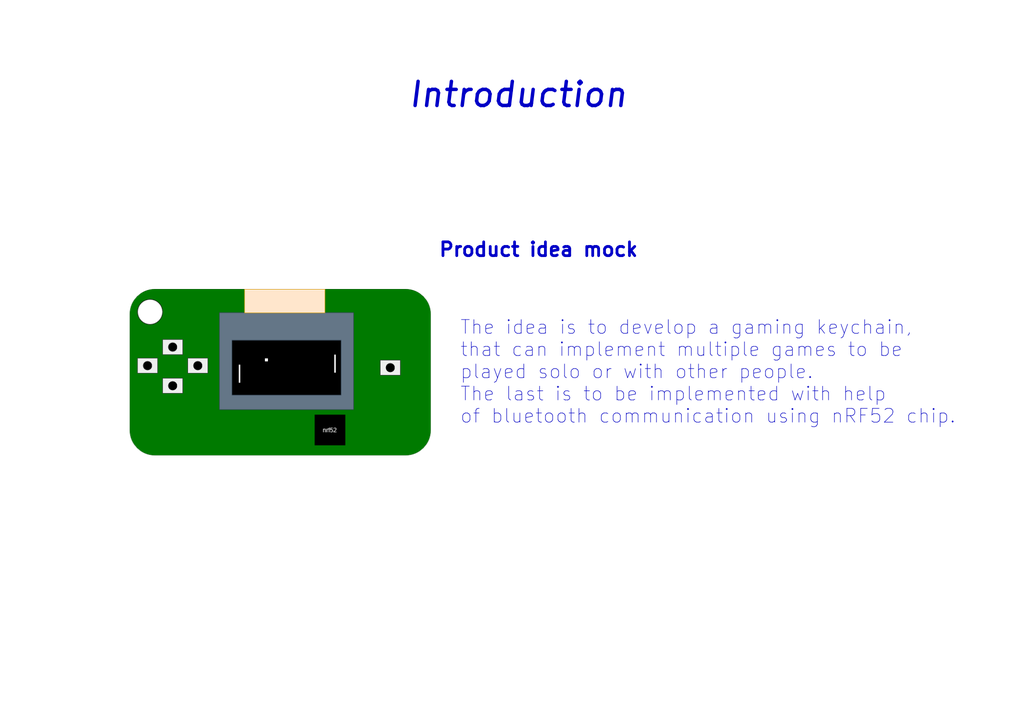
<source format=kicad_sch>
(kicad_sch (version 20211123) (generator eeschema)
  (paper "A4")
  (lib_symbols)
  (image (at 81.28 107.95) (scale 1.7217))
  (text "Product idea mock" (at 127 74.93 0) (effects (font (size 4 4) (thickness 0.8) bold) (justify left bottom)))
  (text "The idea is to develop a gaming keychain, \nthat can implement multiple games to be \nplayed solo or with other people. \nThe last is to be implemented with help \nof bluetooth communication using nRF52 chip.\n" (at 133.35 123.19 0) (effects (font (size 4 4)) (justify left bottom)))
  (text "Introduction" (at 118.11 31.75 0) (effects (font (size 7 7) (thickness 1) bold italic) (justify left bottom)))
)
</source>
